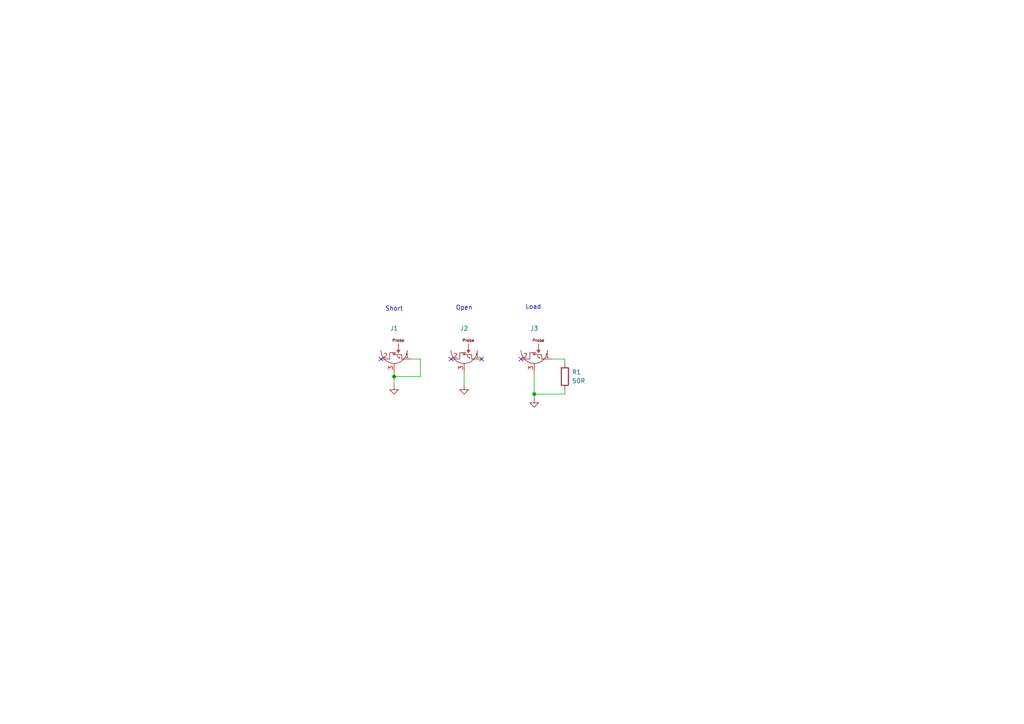
<source format=kicad_sch>
(kicad_sch
	(version 20231120)
	(generator "eeschema")
	(generator_version "8.0")
	(uuid "eee78a48-d061-4a3f-8d99-a02a34dfc9e6")
	(paper "A4")
	(lib_symbols
		(symbol "Connector_Custom:Conn_Coaxial_Switched"
			(pin_names
				(offset 1.016) hide)
			(exclude_from_sim no)
			(in_bom yes)
			(on_board yes)
			(property "Reference" "J"
				(at -2.54 13.97 0)
				(effects
					(font
						(size 1.27 1.27)
					)
				)
			)
			(property "Value" "Conn_Coaxial_Switched"
				(at -2.54 11.43 0)
				(effects
					(font
						(size 1.27 1.27)
					)
				)
			)
			(property "Footprint" ""
				(at -1.27 2.54 90)
				(effects
					(font
						(size 1.27 1.27)
					)
					(hide yes)
				)
			)
			(property "Datasheet" "https://au.mouser.com/datasheet/2/281/1/MURE_S_A0002490443_1-2522016.pdf"
				(at -25.4 -8.89 90)
				(effects
					(font
						(size 1.27 1.27)
					)
					(hide yes)
				)
			)
			(property "Description" "coaxial connector (BNC, SMA, SMB, SMC, Cinch/RCA, LEMO, ...)"
				(at 0 0 0)
				(effects
					(font
						(size 1.27 1.27)
					)
					(hide yes)
				)
			)
			(property "ki_keywords" "BNC SMA SMB SMC LEMO coaxial connector CINCH RCA"
				(at 0 0 0)
				(effects
					(font
						(size 1.27 1.27)
					)
					(hide yes)
				)
			)
			(property "ki_fp_filters" "*BNC* *SMA* *SMB* *SMC* *Cinch* *LEMO*"
				(at 0 0 0)
				(effects
					(font
						(size 1.27 1.27)
					)
					(hide yes)
				)
			)
			(symbol "Conn_Coaxial_Switched_0_1"
				(polyline
					(pts
						(xy -3.81 2.54) (xy -3.4581 2.5396)
					)
					(stroke
						(width 0)
						(type default)
					)
					(fill
						(type none)
					)
				)
				(polyline
					(pts
						(xy -3.4694 3.81) (xy -0.9591 3.8117)
					)
					(stroke
						(width 0)
						(type default)
					)
					(fill
						(type none)
					)
				)
				(polyline
					(pts
						(xy -3.4636 2.5479) (xy -3.4637 3.7817)
					)
					(stroke
						(width 0)
						(type default)
					)
					(fill
						(type none)
					)
				)
				(polyline
					(pts
						(xy -1.6496 4.3905) (xy -0.0436 4.3863)
					)
					(stroke
						(width 0)
						(type default)
					)
					(fill
						(type none)
					)
				)
				(polyline
					(pts
						(xy -1.27 3.81) (xy -1.6496 4.3821)
					)
					(stroke
						(width 0)
						(type default)
					)
					(fill
						(type none)
					)
				)
				(polyline
					(pts
						(xy -1.27 3.81) (xy -0.8792 4.3738)
					)
					(stroke
						(width 0)
						(type default)
					)
					(fill
						(type none)
					)
				)
				(polyline
					(pts
						(xy 0 2.54) (xy -0.0076 4.3577)
					)
					(stroke
						(width 0)
						(type default)
					)
					(fill
						(type none)
					)
				)
				(polyline
					(pts
						(xy -2.5205 6.9681) (xy -2.5205 4.4281) (xy -2.9845 5.1135) (xy -2.0634 5.1135) (xy -2.5205 4.4281)
					)
					(stroke
						(width 0)
						(type default)
					)
					(fill
						(type none)
					)
				)
			)
			(symbol "Conn_Coaxial_Switched_1_1"
				(arc
					(start -5.08 5.08)
					(mid -3.9641 2.3859)
					(end -1.27 1.27)
					(stroke
						(width 0)
						(type default)
					)
					(fill
						(type none)
					)
				)
				(arc
					(start -2.9229 2.8945)
					(mid -2.4351 3.0732)
					(end -2.2164 3.5445)
					(stroke
						(width 0)
						(type default)
					)
					(fill
						(type none)
					)
				)
				(arc
					(start -1.27 1.27)
					(mid 1.4241 2.3859)
					(end 2.54 5.08)
					(stroke
						(width 0)
						(type default)
					)
					(fill
						(type none)
					)
				)
				(polyline
					(pts
						(xy -2.923 2.8993) (xy -2.803 3.0779) (xy -2.9174 2.8965) (xy -2.7834 2.757)
					)
					(stroke
						(width 0)
						(type default)
					)
					(fill
						(type none)
					)
				)
				(text "Probe"
					(at -2.4922 7.9484 0)
					(effects
						(font
							(size 0.8 0.8)
						)
					)
				)
				(pin passive line
					(at -6.35 2.54 0)
					(length 2.54)
					(name "In"
						(effects
							(font
								(size 1.27 1.27)
							)
						)
					)
					(number "1"
						(effects
							(font
								(size 1.27 1.27)
							)
						)
					)
				)
				(pin passive line
					(at 2.54 2.54 180)
					(length 2.54)
					(name "Out"
						(effects
							(font
								(size 1.27 1.27)
							)
						)
					)
					(number "2"
						(effects
							(font
								(size 1.27 1.27)
							)
						)
					)
				)
				(pin power_in line
					(at -1.27 -1.27 90)
					(length 2.54)
					(name "GND"
						(effects
							(font
								(size 1.27 1.27)
							)
						)
					)
					(number "3"
						(effects
							(font
								(size 1.27 1.27)
							)
						)
					)
				)
			)
		)
		(symbol "Device:R"
			(pin_numbers hide)
			(pin_names
				(offset 0)
			)
			(exclude_from_sim no)
			(in_bom yes)
			(on_board yes)
			(property "Reference" "R"
				(at 2.032 0 90)
				(effects
					(font
						(size 1.27 1.27)
					)
				)
			)
			(property "Value" "R"
				(at 0 0 90)
				(effects
					(font
						(size 1.27 1.27)
					)
				)
			)
			(property "Footprint" ""
				(at -1.778 0 90)
				(effects
					(font
						(size 1.27 1.27)
					)
					(hide yes)
				)
			)
			(property "Datasheet" "~"
				(at 0 0 0)
				(effects
					(font
						(size 1.27 1.27)
					)
					(hide yes)
				)
			)
			(property "Description" "Resistor"
				(at 0 0 0)
				(effects
					(font
						(size 1.27 1.27)
					)
					(hide yes)
				)
			)
			(property "ki_keywords" "R res resistor"
				(at 0 0 0)
				(effects
					(font
						(size 1.27 1.27)
					)
					(hide yes)
				)
			)
			(property "ki_fp_filters" "R_*"
				(at 0 0 0)
				(effects
					(font
						(size 1.27 1.27)
					)
					(hide yes)
				)
			)
			(symbol "R_0_1"
				(rectangle
					(start -1.016 -2.54)
					(end 1.016 2.54)
					(stroke
						(width 0.254)
						(type default)
					)
					(fill
						(type none)
					)
				)
			)
			(symbol "R_1_1"
				(pin passive line
					(at 0 3.81 270)
					(length 1.27)
					(name "~"
						(effects
							(font
								(size 1.27 1.27)
							)
						)
					)
					(number "1"
						(effects
							(font
								(size 1.27 1.27)
							)
						)
					)
				)
				(pin passive line
					(at 0 -3.81 90)
					(length 1.27)
					(name "~"
						(effects
							(font
								(size 1.27 1.27)
							)
						)
					)
					(number "2"
						(effects
							(font
								(size 1.27 1.27)
							)
						)
					)
				)
			)
		)
		(symbol "power:GND"
			(power)
			(pin_numbers hide)
			(pin_names
				(offset 0) hide)
			(exclude_from_sim no)
			(in_bom yes)
			(on_board yes)
			(property "Reference" "#PWR"
				(at 0 -6.35 0)
				(effects
					(font
						(size 1.27 1.27)
					)
					(hide yes)
				)
			)
			(property "Value" "GND"
				(at 0 -3.81 0)
				(effects
					(font
						(size 1.27 1.27)
					)
				)
			)
			(property "Footprint" ""
				(at 0 0 0)
				(effects
					(font
						(size 1.27 1.27)
					)
					(hide yes)
				)
			)
			(property "Datasheet" ""
				(at 0 0 0)
				(effects
					(font
						(size 1.27 1.27)
					)
					(hide yes)
				)
			)
			(property "Description" "Power symbol creates a global label with name \"GND\" , ground"
				(at 0 0 0)
				(effects
					(font
						(size 1.27 1.27)
					)
					(hide yes)
				)
			)
			(property "ki_keywords" "global power"
				(at 0 0 0)
				(effects
					(font
						(size 1.27 1.27)
					)
					(hide yes)
				)
			)
			(symbol "GND_0_1"
				(polyline
					(pts
						(xy 0 0) (xy 0 -1.27) (xy 1.27 -1.27) (xy 0 -2.54) (xy -1.27 -1.27) (xy 0 -1.27)
					)
					(stroke
						(width 0)
						(type default)
					)
					(fill
						(type none)
					)
				)
			)
			(symbol "GND_1_1"
				(pin power_in line
					(at 0 0 270)
					(length 0)
					(name "~"
						(effects
							(font
								(size 1.27 1.27)
							)
						)
					)
					(number "1"
						(effects
							(font
								(size 1.27 1.27)
							)
						)
					)
				)
			)
		)
	)
	(junction
		(at 154.94 114.3)
		(diameter 0)
		(color 0 0 0 0)
		(uuid "5bf4a981-458f-4417-8594-302d12e3da44")
	)
	(junction
		(at 114.3 109.22)
		(diameter 0)
		(color 0 0 0 0)
		(uuid "aa964018-269f-4efd-aa2d-42820fedc704")
	)
	(no_connect
		(at 151.13 104.14)
		(uuid "305b1646-b1d9-445d-b3cf-da91206747e1")
	)
	(no_connect
		(at 130.81 104.14)
		(uuid "60110178-a34d-47fa-8efa-8d4c3e66fec7")
	)
	(no_connect
		(at 139.7 104.14)
		(uuid "6cbca367-4a81-4d58-b2d6-6b9ada10ffbf")
	)
	(no_connect
		(at 110.49 104.14)
		(uuid "d4cdcb10-d0d3-42c4-b202-ddbce13b5a71")
	)
	(wire
		(pts
			(xy 114.3 109.22) (xy 121.92 109.22)
		)
		(stroke
			(width 0)
			(type default)
		)
		(uuid "11d80361-de10-4c28-921d-60f6afe1128b")
	)
	(wire
		(pts
			(xy 121.92 104.14) (xy 119.38 104.14)
		)
		(stroke
			(width 0)
			(type default)
		)
		(uuid "31964f2a-7d9c-46fb-a037-ed1022be66c2")
	)
	(wire
		(pts
			(xy 154.94 114.3) (xy 163.83 114.3)
		)
		(stroke
			(width 0)
			(type default)
		)
		(uuid "5183c8da-0c82-427e-8b4c-780e8e3adb17")
	)
	(wire
		(pts
			(xy 154.94 115.57) (xy 154.94 114.3)
		)
		(stroke
			(width 0)
			(type default)
		)
		(uuid "67745611-b631-4840-a305-19163b73bdcb")
	)
	(wire
		(pts
			(xy 163.83 114.3) (xy 163.83 113.03)
		)
		(stroke
			(width 0)
			(type default)
		)
		(uuid "6e46ca37-bb69-4e3f-866b-1cf07fd166c7")
	)
	(wire
		(pts
			(xy 163.83 104.14) (xy 160.02 104.14)
		)
		(stroke
			(width 0)
			(type default)
		)
		(uuid "70f58095-b28a-4a2a-b748-9a3db1683c80")
	)
	(wire
		(pts
			(xy 154.94 107.95) (xy 154.94 114.3)
		)
		(stroke
			(width 0)
			(type default)
		)
		(uuid "8de35ce6-0943-4a14-a714-39ef3eb51357")
	)
	(wire
		(pts
			(xy 114.3 109.22) (xy 114.3 111.76)
		)
		(stroke
			(width 0)
			(type default)
		)
		(uuid "92489b4b-ffe9-4990-ae8a-592f68f5a5d5")
	)
	(wire
		(pts
			(xy 121.92 109.22) (xy 121.92 104.14)
		)
		(stroke
			(width 0)
			(type default)
		)
		(uuid "99a143a8-fd02-4b0d-a143-cd637d197e82")
	)
	(wire
		(pts
			(xy 134.62 107.95) (xy 134.62 111.76)
		)
		(stroke
			(width 0)
			(type default)
		)
		(uuid "b856e2ac-dd70-4120-a51d-712ccaf5d37e")
	)
	(wire
		(pts
			(xy 163.83 105.41) (xy 163.83 104.14)
		)
		(stroke
			(width 0)
			(type default)
		)
		(uuid "e5876d7f-ae93-4122-a523-bd807dd798a0")
	)
	(wire
		(pts
			(xy 114.3 107.95) (xy 114.3 109.22)
		)
		(stroke
			(width 0)
			(type default)
		)
		(uuid "eea497a2-6357-42df-a7c3-8d07b8a1dd19")
	)
	(text "Load"
		(exclude_from_sim no)
		(at 154.686 89.154 0)
		(effects
			(font
				(size 1.27 1.27)
			)
		)
		(uuid "02b1d585-ff97-47ef-a80c-67ed9958f98e")
	)
	(text "Open"
		(exclude_from_sim no)
		(at 134.62 89.408 0)
		(effects
			(font
				(size 1.27 1.27)
			)
		)
		(uuid "3401a502-0ef8-4614-b9dd-66abbbe9f995")
	)
	(text "Short"
		(exclude_from_sim no)
		(at 114.3 89.662 0)
		(effects
			(font
				(size 1.27 1.27)
			)
		)
		(uuid "fc839930-0e44-41a1-97d6-613e4346572f")
	)
	(symbol
		(lib_id "power:GND")
		(at 134.62 111.76 0)
		(unit 1)
		(exclude_from_sim no)
		(in_bom yes)
		(on_board yes)
		(dnp no)
		(fields_autoplaced yes)
		(uuid "2d80e685-7f56-4a7e-94a7-1a92c5950558")
		(property "Reference" "#PWR02"
			(at 134.62 118.11 0)
			(effects
				(font
					(size 1.27 1.27)
				)
				(hide yes)
			)
		)
		(property "Value" "GND"
			(at 134.62 116.84 0)
			(effects
				(font
					(size 1.27 1.27)
				)
				(hide yes)
			)
		)
		(property "Footprint" ""
			(at 134.62 111.76 0)
			(effects
				(font
					(size 1.27 1.27)
				)
				(hide yes)
			)
		)
		(property "Datasheet" ""
			(at 134.62 111.76 0)
			(effects
				(font
					(size 1.27 1.27)
				)
				(hide yes)
			)
		)
		(property "Description" "Power symbol creates a global label with name \"GND\" , ground"
			(at 134.62 111.76 0)
			(effects
				(font
					(size 1.27 1.27)
				)
				(hide yes)
			)
		)
		(pin "1"
			(uuid "b31e1503-3449-495b-956c-7c2db830b15c")
		)
		(instances
			(project "VNA_Calibrator"
				(path "/eee78a48-d061-4a3f-8d99-a02a34dfc9e6"
					(reference "#PWR02")
					(unit 1)
				)
			)
		)
	)
	(symbol
		(lib_id "power:GND")
		(at 154.94 115.57 0)
		(unit 1)
		(exclude_from_sim no)
		(in_bom yes)
		(on_board yes)
		(dnp no)
		(fields_autoplaced yes)
		(uuid "72fc1de9-bab3-4c77-804c-3822f185d88e")
		(property "Reference" "#PWR03"
			(at 154.94 121.92 0)
			(effects
				(font
					(size 1.27 1.27)
				)
				(hide yes)
			)
		)
		(property "Value" "GND"
			(at 154.94 120.65 0)
			(effects
				(font
					(size 1.27 1.27)
				)
				(hide yes)
			)
		)
		(property "Footprint" ""
			(at 154.94 115.57 0)
			(effects
				(font
					(size 1.27 1.27)
				)
				(hide yes)
			)
		)
		(property "Datasheet" ""
			(at 154.94 115.57 0)
			(effects
				(font
					(size 1.27 1.27)
				)
				(hide yes)
			)
		)
		(property "Description" "Power symbol creates a global label with name \"GND\" , ground"
			(at 154.94 115.57 0)
			(effects
				(font
					(size 1.27 1.27)
				)
				(hide yes)
			)
		)
		(pin "1"
			(uuid "a288bda8-2057-46b3-8252-d287e761f136")
		)
		(instances
			(project "VNA_Calibrator"
				(path "/eee78a48-d061-4a3f-8d99-a02a34dfc9e6"
					(reference "#PWR03")
					(unit 1)
				)
			)
		)
	)
	(symbol
		(lib_id "power:GND")
		(at 114.3 111.76 0)
		(unit 1)
		(exclude_from_sim no)
		(in_bom yes)
		(on_board yes)
		(dnp no)
		(fields_autoplaced yes)
		(uuid "7f23051a-ec80-4cd2-a9e9-3a57f80162ad")
		(property "Reference" "#PWR01"
			(at 114.3 118.11 0)
			(effects
				(font
					(size 1.27 1.27)
				)
				(hide yes)
			)
		)
		(property "Value" "GND"
			(at 114.3 116.84 0)
			(effects
				(font
					(size 1.27 1.27)
				)
				(hide yes)
			)
		)
		(property "Footprint" ""
			(at 114.3 111.76 0)
			(effects
				(font
					(size 1.27 1.27)
				)
				(hide yes)
			)
		)
		(property "Datasheet" ""
			(at 114.3 111.76 0)
			(effects
				(font
					(size 1.27 1.27)
				)
				(hide yes)
			)
		)
		(property "Description" "Power symbol creates a global label with name \"GND\" , ground"
			(at 114.3 111.76 0)
			(effects
				(font
					(size 1.27 1.27)
				)
				(hide yes)
			)
		)
		(pin "1"
			(uuid "8d3d8b71-2309-4203-88a7-f93c5422763f")
		)
		(instances
			(project "VNA_Calibrator"
				(path "/eee78a48-d061-4a3f-8d99-a02a34dfc9e6"
					(reference "#PWR01")
					(unit 1)
				)
			)
		)
	)
	(symbol
		(lib_id "Connector_Custom:Conn_Coaxial_Switched")
		(at 153.67 106.68 0)
		(mirror y)
		(unit 1)
		(exclude_from_sim no)
		(in_bom yes)
		(on_board yes)
		(dnp no)
		(uuid "812fad4d-6e97-4a29-b4b8-1bb114736b85")
		(property "Reference" "J3"
			(at 154.94 95.25 0)
			(effects
				(font
					(size 1.27 1.27)
				)
			)
		)
		(property "Value" "Conn_Coaxial_Switched"
			(at 154.94 95.25 0)
			(effects
				(font
					(size 1.27 1.27)
				)
				(hide yes)
			)
		)
		(property "Footprint" "Connector_Coaxial_Custom:Murata_MM8030_2610_Custom"
			(at 154.94 104.14 90)
			(effects
				(font
					(size 1.27 1.27)
				)
				(hide yes)
			)
		)
		(property "Datasheet" "https://au.mouser.com/datasheet/2/281/1/MURE_S_A0002490443_1-2522016.pdf"
			(at 179.07 115.57 90)
			(effects
				(font
					(size 1.27 1.27)
				)
				(hide yes)
			)
		)
		(property "Description" "coaxial connector (BNC, SMA, SMB, SMC, Cinch/RCA, LEMO, ...)"
			(at 153.67 106.68 0)
			(effects
				(font
					(size 1.27 1.27)
				)
				(hide yes)
			)
		)
		(pin "3"
			(uuid "c4333bb9-1834-411f-8eb1-70eb8abfc9ad")
		)
		(pin "1"
			(uuid "e0a5cfe1-c18a-463a-b971-a383c8e0c9b3")
		)
		(pin "2"
			(uuid "07bf5baa-b892-435f-800e-96f3a8e13cca")
		)
		(instances
			(project "VNA_Calibrator"
				(path "/eee78a48-d061-4a3f-8d99-a02a34dfc9e6"
					(reference "J3")
					(unit 1)
				)
			)
		)
	)
	(symbol
		(lib_id "Connector_Custom:Conn_Coaxial_Switched")
		(at 113.03 106.68 0)
		(mirror y)
		(unit 1)
		(exclude_from_sim no)
		(in_bom yes)
		(on_board yes)
		(dnp no)
		(uuid "81fe89a7-2188-4316-8555-d3cdffe91d2d")
		(property "Reference" "J1"
			(at 114.3 95.25 0)
			(effects
				(font
					(size 1.27 1.27)
				)
			)
		)
		(property "Value" "Conn_Coaxial_Switched"
			(at 114.3 95.25 0)
			(effects
				(font
					(size 1.27 1.27)
				)
				(hide yes)
			)
		)
		(property "Footprint" "Connector_Coaxial_Custom:Murata_MM8030_2610_Custom"
			(at 114.3 104.14 90)
			(effects
				(font
					(size 1.27 1.27)
				)
				(hide yes)
			)
		)
		(property "Datasheet" "https://au.mouser.com/datasheet/2/281/1/MURE_S_A0002490443_1-2522016.pdf"
			(at 138.43 115.57 90)
			(effects
				(font
					(size 1.27 1.27)
				)
				(hide yes)
			)
		)
		(property "Description" "coaxial connector (BNC, SMA, SMB, SMC, Cinch/RCA, LEMO, ...)"
			(at 113.03 106.68 0)
			(effects
				(font
					(size 1.27 1.27)
				)
				(hide yes)
			)
		)
		(pin "3"
			(uuid "4049c170-a994-4612-a6b9-5cd39bb6e41d")
		)
		(pin "1"
			(uuid "32abc537-35b1-45eb-990f-0155d7abaa75")
		)
		(pin "2"
			(uuid "916001fd-d69e-4795-b278-998652935c54")
		)
		(instances
			(project "VNA_Calibrator"
				(path "/eee78a48-d061-4a3f-8d99-a02a34dfc9e6"
					(reference "J1")
					(unit 1)
				)
			)
		)
	)
	(symbol
		(lib_id "Connector_Custom:Conn_Coaxial_Switched")
		(at 133.35 106.68 0)
		(mirror y)
		(unit 1)
		(exclude_from_sim no)
		(in_bom yes)
		(on_board yes)
		(dnp no)
		(uuid "88291c87-22d6-4b5b-adbb-114b7a136be1")
		(property "Reference" "J2"
			(at 134.62 95.25 0)
			(effects
				(font
					(size 1.27 1.27)
				)
			)
		)
		(property "Value" "Conn_Coaxial_Switched"
			(at 134.62 95.25 0)
			(effects
				(font
					(size 1.27 1.27)
				)
				(hide yes)
			)
		)
		(property "Footprint" "Connector_Coaxial_Custom:Murata_MM8030_2610_Custom"
			(at 134.62 104.14 90)
			(effects
				(font
					(size 1.27 1.27)
				)
				(hide yes)
			)
		)
		(property "Datasheet" "https://au.mouser.com/datasheet/2/281/1/MURE_S_A0002490443_1-2522016.pdf"
			(at 158.75 115.57 90)
			(effects
				(font
					(size 1.27 1.27)
				)
				(hide yes)
			)
		)
		(property "Description" "coaxial connector (BNC, SMA, SMB, SMC, Cinch/RCA, LEMO, ...)"
			(at 133.35 106.68 0)
			(effects
				(font
					(size 1.27 1.27)
				)
				(hide yes)
			)
		)
		(pin "3"
			(uuid "66a7f3aa-790d-4ea8-bc0e-c6001692148c")
		)
		(pin "1"
			(uuid "7770bebd-a1cd-4fa4-a922-b0f242e26967")
		)
		(pin "2"
			(uuid "1d27c31f-550e-400e-a6b6-badc49c6d61f")
		)
		(instances
			(project "VNA_Calibrator"
				(path "/eee78a48-d061-4a3f-8d99-a02a34dfc9e6"
					(reference "J2")
					(unit 1)
				)
			)
		)
	)
	(symbol
		(lib_id "Device:R")
		(at 163.83 109.22 0)
		(unit 1)
		(exclude_from_sim no)
		(in_bom yes)
		(on_board yes)
		(dnp no)
		(uuid "c270d138-a269-48f7-8af0-23cddfb7bf1c")
		(property "Reference" "R1"
			(at 165.862 107.95 0)
			(effects
				(font
					(size 1.27 1.27)
				)
				(justify left)
			)
		)
		(property "Value" "50R"
			(at 165.862 110.49 0)
			(effects
				(font
					(size 1.27 1.27)
				)
				(justify left)
			)
		)
		(property "Footprint" "Resistor_SMD_Custom:R_0402_1005Metric_Custom"
			(at 162.052 109.22 90)
			(effects
				(font
					(size 1.27 1.27)
				)
				(hide yes)
			)
		)
		(property "Datasheet" "~"
			(at 163.83 109.22 0)
			(effects
				(font
					(size 1.27 1.27)
				)
				(hide yes)
			)
		)
		(property "Description" "Resistor"
			(at 163.83 109.22 0)
			(effects
				(font
					(size 1.27 1.27)
				)
				(hide yes)
			)
		)
		(pin "1"
			(uuid "9e6992e2-0bd4-4940-b523-b0ed3828582b")
		)
		(pin "2"
			(uuid "4f22b259-0b2c-4f4b-9d8b-d3dbbeb3b90c")
		)
		(instances
			(project "VNA_Calibrator"
				(path "/eee78a48-d061-4a3f-8d99-a02a34dfc9e6"
					(reference "R1")
					(unit 1)
				)
			)
		)
	)
	(sheet_instances
		(path "/"
			(page "1")
		)
	)
)

</source>
